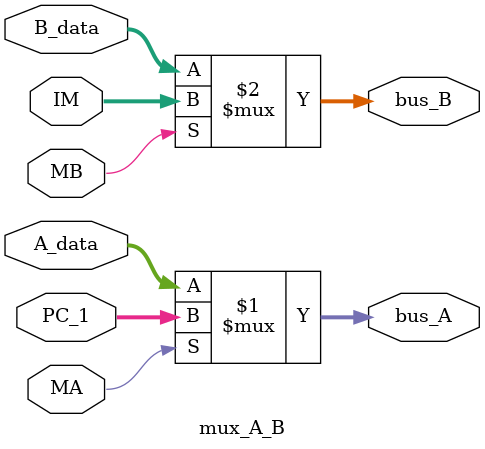
<source format=v>
module mux_A_B (
    input MA, MB,
    input [31:0] PC_1, A_data, IM, B_data,
    output [31:0] bus_A, bus_B
);

    assign bus_A = MA ? PC_1 : A_data;
    assign bus_B = MB ? IM : B_data;
    
endmodule
</source>
